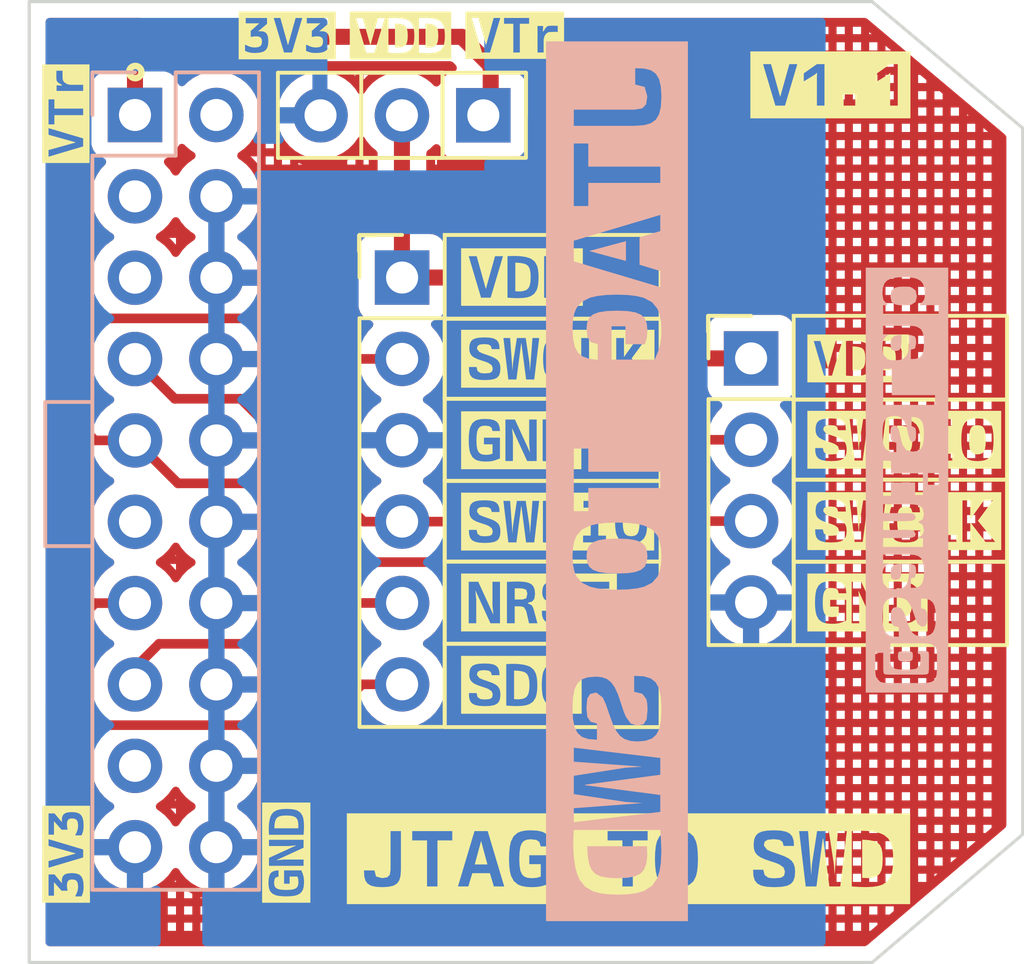
<source format=kicad_pcb>
(kicad_pcb (version 20211014) (generator pcbnew)
  (title_block (date "2023-10-16"))
  (layers (0 "F.Cu" signal) (31 "B.Cu" signal) (34 "B.Paste" user) (35 "F.Paste" user) (36 "B.SilkS" user "B.Silkscreen") (37 "F.SilkS" user "F.Silkscreen") (38 "B.Mask" user) (39 "F.Mask" user) (44 "Edge.Cuts" user))
  (net 0 "")
  (net 1 "VTref")
  (net 4 "GND")
  (net 6 "SWDIO")
  (net 7 "SWCLK")
  (net 9 "SWO")
  (net 10 "NRST")
  (net 12 "+3.3V")
  (net 13 "VDD")
  (footprint "kibuzzard-652CA4AC" (layer "F.Cu") (at 38.02 176.57 90)
    (fp_text reference "kibuzzard-652CA4AC" hide)
    (fp_text value "G***" hide)
  )
  (footprint "kibuzzard-6539E611" (layer "F.Cu") (at 55.863786 161.14)
    (fp_text reference "kibuzzard-6539E611" hide)
    (fp_text value "G***" hide)
  )
  (footprint "kibuzzard-652CAEF1" (layer "F.Cu") (at 38.05 151.057143)
    (fp_text reference "kibuzzard-652CAEF1" hide)
    (fp_text value "G***" hide)
  )
  (footprint "kibuzzard-6539E8D8" (layer "F.Cu") (at 46.488329 166.235)
    (fp_text reference "kibuzzard-6539E8D8" hide)
    (fp_text value "G***" hide)
  )
  (footprint "kibuzzard-6539E952" (layer "F.Cu") (at 48.7 176.76)
    (fp_text reference "kibuzzard-6539E952" hide)
    (fp_text value "G***" hide)
  )
  (footprint "kibuzzard-6539E58F" (layer "F.Cu") (at 45.352473 163.695)
    (fp_text reference "kibuzzard-6539E58F" hide)
    (fp_text value "G***" hide)
  )
  (footprint "kibuzzard-6539E162" (layer "F.Cu") (at 41.585 151.059525)
    (fp_text reference "kibuzzard-6539E162" hide)
    (fp_text value "G***" hide)
  )
  (footprint "kibuzzard-6539E918" (layer "F.Cu") (at 46.493251 161.15)
    (fp_text reference "kibuzzard-6539E918" hide)
    (fp_text value "G***" hide)
  )
  (footprint "kibuzzard-6539E1A4" (layer "F.Cu") (at 31.142857 153.5 90)
    (fp_text reference "kibuzzard-6539E1A4" hide)
    (fp_text value "G***" hide)
  )
  (footprint "Connector_PinHeader_2.54mm:PinHeader_1x04_P2.54mm_Vertical" (layer "F.Cu") (at 52.525 161.14)
    (fp_text reference "J3")
    (fp_text value "SWD 4PIN")
    (pad "1" thru_hole rect (at 0 0) (size 1.7 1.7) (drill 1) (layers *.Cu *.Mask) (net 13 "VDD"))
    (pad "2" thru_hole oval (at 0 2.54) (size 1.7 1.7) (drill 1) (layers *.Cu *.Mask) (net 6 "SWDIO"))
    (pad "3" thru_hole oval (at 0 5.08) (size 1.7 1.7) (drill 1) (layers *.Cu *.Mask) (net 7 "SWCLK"))
    (pad "4" thru_hole oval (at 0 7.62) (size 1.7 1.7) (drill 1) (layers *.Cu *.Mask) (net 4 "GND"))
  )
  (footprint "kibuzzard-6539E581" (layer "F.Cu") (at 45.375333 158.6)
    (fp_text reference "kibuzzard-6539E581" hide)
    (fp_text value "G***" hide)
  )
  (footprint "kibuzzard-6539E628" (layer "F.Cu") (at 56.157473 168.76)
    (fp_text reference "kibuzzard-6539E628" hide)
    (fp_text value "G***" hide)
  )
  (footprint "Connector_PinHeader_2.54mm:PinHeader_1x03_P2.54mm_Vertical" (layer "F.Cu") (at 44.17 153.55 -90)
    (fp_text reference "J4")
    (fp_text value "V Select")
    (pad "1" thru_hole rect (at 0 0 270) (size 1.7 1.7) (drill 1) (layers *.Cu *.Mask) (net 1 "VTref"))
    (pad "2" thru_hole oval (at 0 2.54 270) (size 1.7 1.7) (drill 1) (layers *.Cu *.Mask) (net 13 "VDD"))
    (pad "3" thru_hole oval (at 0 5.08 270) (size 1.7 1.7) (drill 1) (layers *.Cu *.Mask) (net 12 "+3.3V"))
  )
  (footprint "kibuzzard-6539E7D0" (layer "F.Cu") (at 45.357236 171.33)
    (fp_text reference "kibuzzard-6539E7D0" hide)
    (fp_text value "G***" hide)
  )
  (footprint "kibuzzard-6539E616" (layer "F.Cu") (at 57.305235 163.68)
    (fp_text reference "kibuzzard-6539E616" hide)
    (fp_text value "G***" hide)
  )
  (footprint "kibuzzard-6539E1A4" (layer "F.Cu") (at 45.15 151.05)
    (fp_text reference "kibuzzard-6539E1A4" hide)
    (fp_text value "G***" hide)
  )
  (footprint "kibuzzard-6539E4EE" (layer "F.Cu") (at 55 152.6)
    (fp_text reference "kibuzzard-6539E4EE" hide)
    (fp_text value "G***" hide)
  )
  (footprint "kibuzzard-6539E8AF" (layer "F.Cu") (at 57.306188 166.22)
    (fp_text reference "kibuzzard-6539E8AF" hide)
    (fp_text value "G***" hide)
  )
  (footprint "Connector_PinHeader_2.54mm:PinHeader_1x06_P2.54mm_Vertical" (layer "F.Cu") (at 41.635 158.615)
    (fp_text reference "J2")
    (fp_text value "SWD 6PIN")
    (pad "1" thru_hole rect (at 0 0) (size 1.7 1.7) (drill 1) (layers *.Cu *.Mask) (net 13 "VDD"))
    (pad "2" thru_hole oval (at 0 2.54) (size 1.7 1.7) (drill 1) (layers *.Cu *.Mask) (net 7 "SWCLK"))
    (pad "3" thru_hole oval (at 0 5.08) (size 1.7 1.7) (drill 1) (layers *.Cu *.Mask) (net 4 "GND"))
    (pad "4" thru_hole oval (at 0 7.62) (size 1.7 1.7) (drill 1) (layers *.Cu *.Mask) (net 6 "SWDIO"))
    (pad "5" thru_hole oval (at 0 10.16) (size 1.7 1.7) (drill 1) (layers *.Cu *.Mask) (net 10 "NRST"))
    (pad "6" thru_hole oval (at 0 12.7) (size 1.7 1.7) (drill 1) (layers *.Cu *.Mask) (net 9 "SWO"))
  )
  (footprint "kibuzzard-6539E59E" (layer "F.Cu") (at 45.906828 168.76)
    (fp_text reference "kibuzzard-6539E59E" hide)
    (fp_text value "G***" hide)
  )
  (footprint "kibuzzard-652CAEF1" (layer "F.Cu") (at 31.15 176.62 90)
    (fp_text reference "kibuzzard-652CAEF1" hide)
    (fp_text value "G***" hide)
  )
  (footprint "kibuzzard-6656AA27" (layer "B.Cu") (at 57.39 164.94 90)
    (fp_text reference "kibuzzard-6656AA27" hide)
    (fp_text value "G***" hide)
  )
  (footprint "Connector_PinSocket_2.54mm:PinSocket_2x10_P2.54mm_Vertical" (layer "B.Cu") (at 33.3 153.54 180)
    (fp_text reference "J1")
    (fp_text value "SAM-ICE JTAG")
    (pad "1" thru_hole rect (at 0 0 180) (size 1.7 1.7) (drill 1) (layers *.Cu *.Mask) (net 1 "VTref"))
    (pad "2" thru_hole oval (at -2.54 0 180) (size 1.7 1.7) (drill 1) (layers *.Cu *.Mask))
    (pad "3" thru_hole oval (at 0 -2.54 180) (size 1.7 1.7) (drill 1) (layers *.Cu *.Mask))
    (pad "4" thru_hole oval (at -2.54 -2.54 180) (size 1.7 1.7) (drill 1) (layers *.Cu *.Mask) (net 4 "GND"))
    (pad "5" thru_hole oval (at 0 -5.08 180) (size 1.7 1.7) (drill 1) (layers *.Cu *.Mask))
    (pad "6" thru_hole oval (at -2.54 -5.08 180) (size 1.7 1.7) (drill 1) (layers *.Cu *.Mask) (net 4 "GND"))
    (pad "7" thru_hole oval (at 0 -7.62 180) (size 1.7 1.7) (drill 1) (layers *.Cu *.Mask) (net 6 "SWDIO"))
    (pad "8" thru_hole oval (at -2.54 -7.62 180) (size 1.7 1.7) (drill 1) (layers *.Cu *.Mask) (net 4 "GND"))
    (pad "9" thru_hole oval (at 0 -10.16 180) (size 1.7 1.7) (drill 1) (layers *.Cu *.Mask) (net 7 "SWCLK"))
    (pad "10" thru_hole oval (at -2.54 -10.16 180) (size 1.7 1.7) (drill 1) (layers *.Cu *.Mask) (net 4 "GND"))
    (pad "11" thru_hole oval (at 0 -12.7 180) (size 1.7 1.7) (drill 1) (layers *.Cu *.Mask))
    (pad "12" thru_hole oval (at -2.54 -12.7 180) (size 1.7 1.7) (drill 1) (layers *.Cu *.Mask) (net 4 "GND"))
    (pad "13" thru_hole oval (at 0 -15.24 180) (size 1.7 1.7) (drill 1) (layers *.Cu *.Mask) (net 9 "SWO"))
    (pad "14" thru_hole oval (at -2.54 -15.24 180) (size 1.7 1.7) (drill 1) (layers *.Cu *.Mask) (net 4 "GND"))
    (pad "15" thru_hole oval (at 0 -17.78 180) (size 1.7 1.7) (drill 1) (layers *.Cu *.Mask) (net 10 "NRST"))
    (pad "16" thru_hole oval (at -2.54 -17.78 180) (size 1.7 1.7) (drill 1) (layers *.Cu *.Mask) (net 4 "GND"))
    (pad "17" thru_hole oval (at 0 -20.32 180) (size 1.7 1.7) (drill 1) (layers *.Cu *.Mask))
    (pad "18" thru_hole oval (at -2.54 -20.32 180) (size 1.7 1.7) (drill 1) (layers *.Cu *.Mask) (net 4 "GND"))
    (pad "19" thru_hole oval (at 0 -22.86 180) (size 1.7 1.7) (drill 1) (layers *.Cu *.Mask) (net 12 "+3.3V"))
    (pad "20" thru_hole oval (at -2.54 -22.86 180) (size 1.7 1.7) (drill 1) (layers *.Cu *.Mask) (net 4 "GND"))
  )
  (footprint "kibuzzard-652CCC4E" (layer "B.Cu") (at 48.34 164.975 -90)
    (fp_text reference "kibuzzard-652CCC4E" hide)
    (fp_text value "G***" hide)
  )
  (gr_line (start 30.5 167) (end 31.91 167) (layer "B.SilkS") (width 0.12))
  (gr_line (start 31.95 162.5) (end 30.5 162.5) (layer "B.SilkS") (width 0.12))
  (gr_line (start 30.5 162.5) (end 30.5 167) (layer "B.SilkS") (width 0.12))
  (gr_line (start 40.29 157.8) (end 40.29 157.3) (layer "F.SilkS") (width 0.12))
  (gr_line (start 40.8 157.3) (end 40.3 157.3) (layer "F.SilkS") (width 0.12))
  (gr_rect (start 42.965 164.965) (end 49.7 167.48) (layer "F.SilkS") (width 0.12) (fill none))
  (gr_rect (start 42.9 152.22) (end 40.36 154.88) (layer "F.SilkS") (width 0.12) (fill none))
  (gr_rect (start 45.5 152.22) (end 42.9 154.88) (layer "F.SilkS") (width 0.12) (fill none))
  (gr_rect (start 42.965 170.05) (end 49.7 172.65) (layer "F.SilkS") (width 0.12) (fill none))
  (gr_circle (center 33.31 152.2) (end 33.402195 152.2) (layer "F.SilkS") (width 0.2) (fill none))
  (gr_line (start 51.18 160.31) (end 51.18 159.81) (layer "F.SilkS") (width 0.12))
  (gr_rect (start 42.965 162.4) (end 49.7 164.965) (layer "F.SilkS") (width 0.12) (fill none))
  (gr_rect (start 42.965 167.485) (end 49.7 170.05) (layer "F.SilkS") (width 0.12) (fill none))
  (gr_rect (start 53.855 167.49) (end 60.51 170.09) (layer "F.SilkS") (width 0.12) (fill none))
  (gr_rect (start 53.855 162.425) (end 60.51 164.925) (layer "F.SilkS") (width 0.12) (fill none))
  (gr_rect (start 42.965 159.9) (end 49.7 162.4) (layer "F.SilkS") (width 0.12) (fill none))
  (gr_rect (start 53.855 159.81) (end 60.51 162.425) (layer "F.SilkS") (width 0.12) (fill none))
  (gr_line (start 51.69 159.81) (end 51.19 159.81) (layer "F.SilkS") (width 0.12))
  (gr_rect (start 42.965 157.285) (end 49.7 159.9) (layer "F.SilkS") (width 0.12) (fill none))
  (gr_rect (start 53.855 164.925) (end 60.51 167.49) (layer "F.SilkS") (width 0.12) (fill none))
  (gr_line (start 61 176) (end 61 153.95) (layer "Edge.Cuts") (width 0.1))
  (gr_line (start 56.3 150) (end 61 153.95) (layer "Edge.Cuts") (width 0.1))
  (gr_line (start 30 180) (end 56.3 180) (layer "Edge.Cuts") (width 0.1))
  (gr_line (start 30 150) (end 30 180) (layer "Edge.Cuts") (width 0.1))
  (gr_line (start 56.3 180) (end 61 176) (layer "Edge.Cuts") (width 0.1))
  (gr_line (start 56.3 150) (end 30 150) (layer "Edge.Cuts") (width 0.1))
  (segment (start 43.5 151.1) (end 44.4 152) (width 0.5) (layer "F.Cu") (net 1))
  (segment (start 33.3 153.54) (end 33.3 152.05) (width 0.5) (layer "F.Cu") (net 1))
  (segment (start 44.4 152) (end 44.4 153.375) (width 0.5) (layer "F.Cu") (net 1))
  (segment (start 34.25 151.1) (end 43.5 151.1) (width 0.5) (layer "F.Cu") (net 1))
  (segment (start 33.3 152.05) (end 34.25 151.1) (width 0.5) (layer "F.Cu") (net 1))
  (segment (start 44.4 153.375) (end 44.175 153.6) (width 0.5) (layer "F.Cu") (net 1))
  (segment (start 33.3 161.16) (end 34.54 162.4) (width 0.3) (layer "F.Cu") (net 6))
  (segment (start 41.635 166.235) (end 45.565 166.235) (width 0.3) (layer "F.Cu") (net 6))
  (segment (start 41.63 166.2025) (end 41.635 166.1975) (width 0.5) (layer "F.Cu") (net 6))
  (segment (start 40.435 166.235) (end 41.635 166.235) (width 0.3) (layer "F.Cu") (net 6))
  (segment (start 34.54 162.4) (end 36.6 162.4) (width 0.3) (layer "F.Cu") (net 6))
  (segment (start 36.6 162.4) (end 40.435 166.235) (width 0.3) (layer "F.Cu") (net 6))
  (segment (start 52.51 163.695) (end 52.525 163.68) (width 0.3) (layer "F.Cu") (net 6))
  (segment (start 48.12 163.68) (end 52.525 163.68) (width 0.3) (layer "F.Cu") (net 6))
  (segment (start 45.565 166.235) (end 48.12 163.68) (width 0.3) (layer "F.Cu") (net 6))
  (segment (start 32.05 163.7) (end 31.4 163.05) (width 0.3) (layer "F.Cu") (net 7))
  (segment (start 33.3 163.7) (end 33.31 163.7) (width 0.3) (layer "F.Cu") (net 7))
  (segment (start 31.4 160.7) (end 32.21 159.89) (width 0.3) (layer "F.Cu") (net 7))
  (segment (start 39.955 161.155) (end 41.635 161.155) (width 0.3) (layer "F.Cu") (net 7))
  (segment (start 33.3 163.7) (end 34.64 165.04) (width 0.3) (layer "F.Cu") (net 7))
  (segment (start 32.21 159.89) (end 38.69 159.89) (width 0.3) (layer "F.Cu") (net 7))
  (segment (start 38.69 159.89) (end 39.955 161.155) (width 0.3) (layer "F.Cu") (net 7))
  (segment (start 33.3 163.7) (end 32.05 163.7) (width 0.3) (layer "F.Cu") (net 7))
  (segment (start 39.8 167.5) (end 46.5 167.5) (width 0.3) (layer "F.Cu") (net 7))
  (segment (start 46.5 167.5) (end 47.78 166.22) (width 0.3) (layer "F.Cu") (net 7))
  (segment (start 31.4 163.05) (end 31.4 160.7) (width 0.3) (layer "F.Cu") (net 7))
  (segment (start 47.78 166.22) (end 52.525 166.22) (width 0.3) (layer "F.Cu") (net 7))
  (segment (start 37.34 165.04) (end 39.8 167.5) (width 0.3) (layer "F.Cu") (net 7))
  (segment (start 34.64 165.04) (end 37.34 165.04) (width 0.3) (layer "F.Cu") (net 7))
  (segment (start 40.385 171.315) (end 41.635 171.315) (width 0.3) (layer "F.Cu") (net 9))
  (segment (start 31.4 171.87) (end 32.12 172.59) (width 0.3) (layer "F.Cu") (net 9))
  (segment (start 39.11 172.59) (end 40.385 171.315) (width 0.3) (layer "F.Cu") (net 9))
  (segment (start 33.3 168.78) (end 32.06 168.78) (width 0.3) (layer "F.Cu") (net 9))
  (segment (start 32.06 168.78) (end 31.4 169.44) (width 0.3) (layer "F.Cu") (net 9))
  (segment (start 32.12 172.59) (end 39.11 172.59) (width 0.3) (layer "F.Cu") (net 9))
  (segment (start 31.4 169.44) (end 31.4 171.87) (width 0.3) (layer "F.Cu") (net 9))
  (segment (start 38.55 170.05) (end 39.825 168.775) (width 0.3) (layer "F.Cu") (net 10))
  (segment (start 34.05 170.05) (end 38.55 170.05) (width 0.3) (layer "F.Cu") (net 10))
  (segment (start 33.3 170.8) (end 34.05 170.05) (width 0.3) (layer "F.Cu") (net 10))
  (segment (start 33.3 171.32) (end 33.3 170.8) (width 0.3) (layer "F.Cu") (net 10))
  (segment (start 39.825 168.775) (end 41.635 168.775) (width 0.3) (layer "F.Cu") (net 10))
  (segment (start 41.635 158.615) (end 45.54 158.615) (width 0.5) (layer "F.Cu") (net 13))
  (segment (start 41.63 153.55) (end 41.63 158.61) (width 0.5) (layer "F.Cu") (net 13))
  (segment (start 41.63 158.61) (end 41.635 158.615) (width 0.5) (layer "F.Cu") (net 13))
  (segment (start 48.065 161.14) (end 52.525 161.14) (width 0.5) (layer "F.Cu") (net 13))
  (segment (start 45.54 158.615) (end 48.065 161.14) (width 0.5) (layer "F.Cu") (net 13))
  (zone (net 0) (net_name "") (layer "F.Cu") (connect_pads (clearance 0.508)) (min_thickness 0.254) (fill yes (mode hatch) (thermal_gap 0.508) (thermal_bridge_width 0.508) (hatch_thickness 0.254) (hatch_gap 0.254) (hatch_orientation 0) (hatch_border_algorithm hatch_thickness) (hatch_min_hole_area 0.3))
    (polygon (pts (xy 61 153.95) (xy 61 176) (xy 56.3 180) (xy 30 180) (xy 30 150) (xy 56.3 150)))
  )
  (zone (net 4) (net_name "GND") (layer "B.Cu") (connect_pads (clearance 0.508)) (min_thickness 0.254) (fill yes (thermal_gap 0.508) (thermal_bridge_width 0.508))
    (polygon (pts (xy 54.85 180) (xy 35.4 180) (xy 35.4 155.27) (xy 44.2 155.27) (xy 44.2 150) (xy 54.85 150)))
  )
  (zone (net 12) (net_name "+3.3V") (layer "B.Cu") (connect_pads (clearance 0.508)) (min_thickness 0.254) (fill yes (thermal_gap 0.508) (thermal_bridge_width 0.508))
    (polygon (pts (xy 39.305 154.44) (xy 34.1 154.44) (xy 34.1 180) (xy 30 180) (xy 30 150) (xy 39.305 150)))
  )
)
</source>
